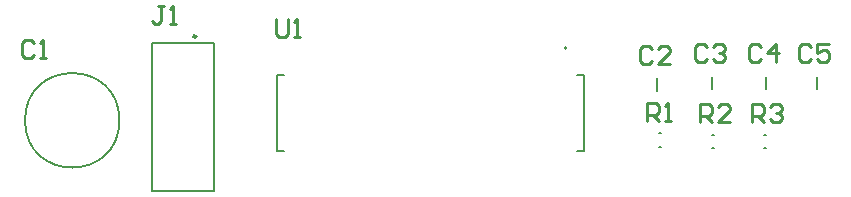
<source format=gbr>
G04*
G04 #@! TF.GenerationSoftware,Altium Limited,Altium Designer,24.4.1 (13)*
G04*
G04 Layer_Color=65535*
%FSLAX25Y25*%
%MOIN*%
G70*
G04*
G04 #@! TF.SameCoordinates,C8804EEA-F542-44AB-9C48-69CCBEB50276*
G04*
G04*
G04 #@! TF.FilePolarity,Positive*
G04*
G01*
G75*
%ADD10C,0.00787*%
%ADD11C,0.00984*%
%ADD12C,0.00500*%
%ADD13C,0.01000*%
D10*
X298858Y372500D02*
G03*
X298858Y372500I-15748J0D01*
G01*
X447894Y396595D02*
G03*
X447894Y396595I-394J0D01*
G01*
X478000Y382433D02*
Y386567D01*
X513606Y367764D02*
X514394D01*
X513606Y363236D02*
X514394D01*
X496354Y367764D02*
X497142D01*
X496354Y363236D02*
X497142D01*
X478606Y363736D02*
X479394D01*
X478606Y368264D02*
X479394D01*
X531240Y382933D02*
Y387067D01*
X514260Y382933D02*
Y387067D01*
X496500Y382933D02*
Y387067D01*
X309567Y398106D02*
X330433D01*
X309567Y348894D02*
Y398106D01*
Y348894D02*
X330433D01*
Y398106D01*
D11*
X324429Y400468D02*
G03*
X324429Y400468I-492J0D01*
G01*
D12*
X351319Y362402D02*
Y387598D01*
X453681Y362402D02*
Y387598D01*
X351319D02*
X353780D01*
X451220D02*
X453681D01*
X351319Y362402D02*
X353780D01*
X451220D02*
X453681D01*
D13*
X351200Y406398D02*
Y401400D01*
X352200Y400400D01*
X354199D01*
X355199Y401400D01*
Y406398D01*
X357198Y400400D02*
X359197D01*
X358198D01*
Y406398D01*
X357198Y405398D01*
X509600Y371900D02*
Y377898D01*
X512599D01*
X513599Y376898D01*
Y374899D01*
X512599Y373899D01*
X509600D01*
X511599D02*
X513599Y371900D01*
X515598Y376898D02*
X516598Y377898D01*
X518597D01*
X519597Y376898D01*
Y375899D01*
X518597Y374899D01*
X517597D01*
X518597D01*
X519597Y373899D01*
Y372900D01*
X518597Y371900D01*
X516598D01*
X515598Y372900D01*
X492300Y371900D02*
Y377898D01*
X495299D01*
X496299Y376898D01*
Y374899D01*
X495299Y373899D01*
X492300D01*
X494299D02*
X496299Y371900D01*
X502297D02*
X498298D01*
X502297Y375899D01*
Y376898D01*
X501297Y377898D01*
X499298D01*
X498298Y376898D01*
X474600Y372400D02*
Y378398D01*
X477599D01*
X478599Y377398D01*
Y375399D01*
X477599Y374399D01*
X474600D01*
X476599D02*
X478599Y372400D01*
X480598D02*
X482597D01*
X481598D01*
Y378398D01*
X480598Y377398D01*
X313799Y410498D02*
X311799D01*
X312799D01*
Y405500D01*
X311799Y404500D01*
X310800D01*
X309800Y405500D01*
X315798Y404500D02*
X317797D01*
X316798D01*
Y410498D01*
X315798Y409498D01*
X529499Y396798D02*
X528499Y397798D01*
X526500D01*
X525500Y396798D01*
Y392800D01*
X526500Y391800D01*
X528499D01*
X529499Y392800D01*
X535497Y397798D02*
X531498D01*
Y394799D01*
X533497Y395799D01*
X534497D01*
X535497Y394799D01*
Y392800D01*
X534497Y391800D01*
X532498D01*
X531498Y392800D01*
X512599Y396798D02*
X511599Y397798D01*
X509600D01*
X508600Y396798D01*
Y392800D01*
X509600Y391800D01*
X511599D01*
X512599Y392800D01*
X517597Y391800D02*
Y397798D01*
X514598Y394799D01*
X518597D01*
X494799Y396798D02*
X493799Y397798D01*
X491800D01*
X490800Y396798D01*
Y392800D01*
X491800Y391800D01*
X493799D01*
X494799Y392800D01*
X496798Y396798D02*
X497798Y397798D01*
X499797D01*
X500797Y396798D01*
Y395799D01*
X499797Y394799D01*
X498797D01*
X499797D01*
X500797Y393799D01*
Y392800D01*
X499797Y391800D01*
X497798D01*
X496798Y392800D01*
X476299Y396298D02*
X475299Y397298D01*
X473300D01*
X472300Y396298D01*
Y392300D01*
X473300Y391300D01*
X475299D01*
X476299Y392300D01*
X482297Y391300D02*
X478298D01*
X482297Y395299D01*
Y396298D01*
X481297Y397298D01*
X479298D01*
X478298Y396298D01*
X270299Y398298D02*
X269299Y399298D01*
X267300D01*
X266300Y398298D01*
Y394300D01*
X267300Y393300D01*
X269299D01*
X270299Y394300D01*
X272298Y393300D02*
X274297D01*
X273298D01*
Y399298D01*
X272298Y398298D01*
M02*

</source>
